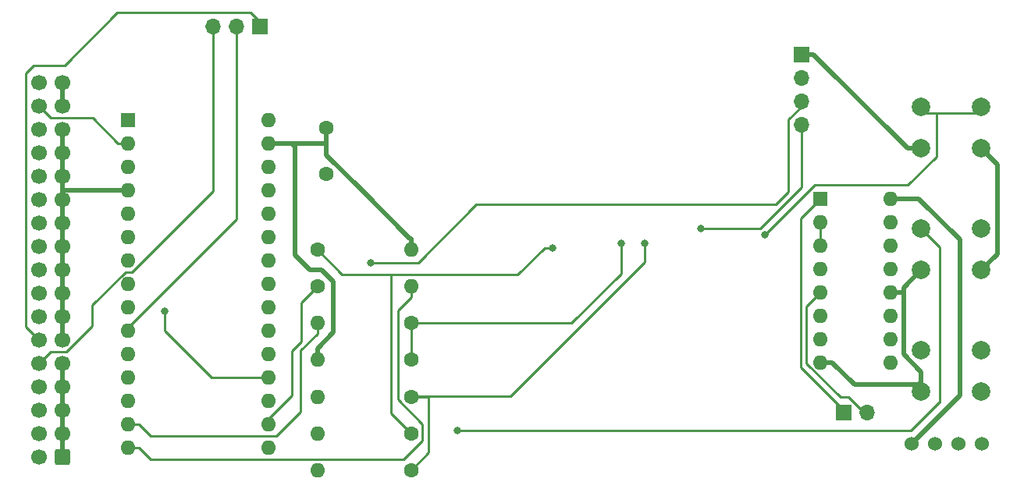
<source format=gbr>
%TF.GenerationSoftware,KiCad,Pcbnew,9.0.0*%
%TF.CreationDate,2025-03-11T00:37:20+03:00*%
%TF.ProjectId,delta_flop_arduino2,64656c74-615f-4666-9c6f-705f61726475,1*%
%TF.SameCoordinates,Original*%
%TF.FileFunction,Copper,L2,Bot*%
%TF.FilePolarity,Positive*%
%FSLAX46Y46*%
G04 Gerber Fmt 4.6, Leading zero omitted, Abs format (unit mm)*
G04 Created by KiCad (PCBNEW 9.0.0) date 2025-03-11 00:37:20*
%MOMM*%
%LPD*%
G01*
G04 APERTURE LIST*
G04 Aperture macros list*
%AMRoundRect*
0 Rectangle with rounded corners*
0 $1 Rounding radius*
0 $2 $3 $4 $5 $6 $7 $8 $9 X,Y pos of 4 corners*
0 Add a 4 corners polygon primitive as box body*
4,1,4,$2,$3,$4,$5,$6,$7,$8,$9,$2,$3,0*
0 Add four circle primitives for the rounded corners*
1,1,$1+$1,$2,$3*
1,1,$1+$1,$4,$5*
1,1,$1+$1,$6,$7*
1,1,$1+$1,$8,$9*
0 Add four rect primitives between the rounded corners*
20,1,$1+$1,$2,$3,$4,$5,0*
20,1,$1+$1,$4,$5,$6,$7,0*
20,1,$1+$1,$6,$7,$8,$9,0*
20,1,$1+$1,$8,$9,$2,$3,0*%
G04 Aperture macros list end*
%TA.AperFunction,ComponentPad*%
%ADD10C,1.524000*%
%TD*%
%TA.AperFunction,ComponentPad*%
%ADD11C,1.600000*%
%TD*%
%TA.AperFunction,ComponentPad*%
%ADD12O,1.600000X1.600000*%
%TD*%
%TA.AperFunction,ComponentPad*%
%ADD13RoundRect,0.250000X0.600000X0.600000X-0.600000X0.600000X-0.600000X-0.600000X0.600000X-0.600000X0*%
%TD*%
%TA.AperFunction,ComponentPad*%
%ADD14C,1.700000*%
%TD*%
%TA.AperFunction,ComponentPad*%
%ADD15R,1.600000X1.600000*%
%TD*%
%TA.AperFunction,ComponentPad*%
%ADD16R,1.700000X1.700000*%
%TD*%
%TA.AperFunction,ComponentPad*%
%ADD17O,1.700000X1.700000*%
%TD*%
%TA.AperFunction,ComponentPad*%
%ADD18C,2.000000*%
%TD*%
%TA.AperFunction,ViaPad*%
%ADD19C,0.800000*%
%TD*%
%TA.AperFunction,Conductor*%
%ADD20C,0.500000*%
%TD*%
%TA.AperFunction,Conductor*%
%ADD21C,0.250000*%
%TD*%
G04 APERTURE END LIST*
D10*
%TO.P,J3,1,Pin_1*%
%TO.N,+5V*%
X197462500Y-101825000D03*
%TO.P,J3,2,Pin_2*%
%TO.N,unconnected-(J3-Pin_2-Pad2)*%
X200002500Y-101825000D03*
%TO.P,J3,3,Pin_3*%
%TO.N,unconnected-(J3-Pin_3-Pad3)*%
X202542500Y-101825000D03*
%TO.P,J3,4,Pin_4*%
%TO.N,GND*%
X205082500Y-101825000D03*
%TD*%
D11*
%TO.P,R3,1*%
%TO.N,Net-(J2-CMD)*%
X143160000Y-88716700D03*
D12*
%TO.P,R3,2*%
%TO.N,MOSI*%
X133000000Y-88716700D03*
%TD*%
D11*
%TO.P,R4,1*%
%TO.N,Net-(J2-CMD)*%
X143160000Y-92700000D03*
D12*
%TO.P,R4,2*%
%TO.N,GND*%
X133000000Y-92700000D03*
%TD*%
D13*
%TO.P,D1,1,GND*%
%TO.N,GND*%
X105340000Y-103265800D03*
D14*
%TO.P,D1,2,DENSITY_SELECT*%
%TO.N,unconnected-(D1-DENSITY_SELECT-Pad2)*%
X102800000Y-103265800D03*
%TO.P,D1,3,GND*%
%TO.N,GND*%
X105340000Y-100725800D03*
%TO.P,D1,4,N/C*%
%TO.N,unconnected-(D1-N{slash}C-Pad4)*%
X102800000Y-100725800D03*
%TO.P,D1,5,GND*%
%TO.N,GND*%
X105340000Y-98185800D03*
%TO.P,D1,6,N/C*%
%TO.N,unconnected-(D1-N{slash}C-Pad6)*%
X102800000Y-98185800D03*
%TO.P,D1,7,GND*%
%TO.N,GND*%
X105340000Y-95645800D03*
%TO.P,D1,8,INDEX*%
%TO.N,D9*%
X102800000Y-95645800D03*
%TO.P,D1,9,GND*%
%TO.N,GND*%
X105340000Y-93105800D03*
%TO.P,D1,10,DRIVE_SELECT_0*%
%TO.N,Net-(D1-DRIVE_SELECT_0)*%
X102800000Y-93105800D03*
%TO.P,D1,11,GND*%
%TO.N,GND*%
X105340000Y-90565800D03*
%TO.P,D1,12,DRIVE_SELECT_1*%
%TO.N,Net-(D1-DRIVE_SELECT_1)*%
X102800000Y-90565800D03*
%TO.P,D1,13,GND*%
%TO.N,GND*%
X105340000Y-88025800D03*
%TO.P,D1,14,DRIVE_SELECT_2*%
%TO.N,unconnected-(D1-DRIVE_SELECT_2-Pad14)*%
X102800000Y-88025800D03*
%TO.P,D1,15,GND*%
%TO.N,GND*%
X105340000Y-85485800D03*
%TO.P,D1,16,MOTOR*%
%TO.N,D6*%
X102800000Y-85485800D03*
%TO.P,D1,17,GND*%
%TO.N,GND*%
X105340000Y-82945800D03*
%TO.P,D1,18,DIRECTION*%
%TO.N,D5*%
X102800000Y-82945800D03*
%TO.P,D1,19,GND*%
%TO.N,GND*%
X105340000Y-80405800D03*
%TO.P,D1,20,STEP*%
%TO.N,D4*%
X102800000Y-80405800D03*
%TO.P,D1,21,GND*%
%TO.N,GND*%
X105340000Y-77865800D03*
%TO.P,D1,22,WRITE_DATA*%
%TO.N,D8*%
X102800000Y-77865800D03*
%TO.P,D1,23,GND*%
%TO.N,GND*%
X105340000Y-75325800D03*
%TO.P,D1,24,WRITE_GATE*%
%TO.N,A0*%
X102800000Y-75325800D03*
%TO.P,D1,25,GND*%
%TO.N,GND*%
X105340000Y-72785800D03*
%TO.P,D1,26,TRACK*%
%TO.N,D3*%
X102800000Y-72785800D03*
%TO.P,D1,27,GND*%
%TO.N,GND*%
X105340000Y-70245800D03*
%TO.P,D1,28,WRITE_PROTECT*%
%TO.N,D2*%
X102800000Y-70245800D03*
%TO.P,D1,29,GND*%
%TO.N,GND*%
X105340000Y-67705800D03*
%TO.P,D1,30,READ_DATA*%
%TO.N,TX*%
X102800000Y-67705800D03*
%TO.P,D1,31,GND*%
%TO.N,GND*%
X105340000Y-65165800D03*
%TO.P,D1,32,HEAD_SELECT*%
%TO.N,RX*%
X102800000Y-65165800D03*
%TO.P,D1,33,GND*%
%TO.N,GND*%
X105340000Y-62625800D03*
%TO.P,D1,34,DISK_CHANGE*%
%TO.N,unconnected-(D1-DISK_CHANGE-Pad34)*%
X102800000Y-62625800D03*
%TD*%
D15*
%TO.P,U1,1,D1/TX*%
%TO.N,D2.1*%
X112500000Y-66650000D03*
D12*
%TO.P,U1,2,D0/RX*%
%TO.N,RX*%
X112500000Y-69190000D03*
%TO.P,U1,3,~{RESET}*%
%TO.N,unconnected-(U1-~{RESET}-Pad3)*%
X112500000Y-71730000D03*
%TO.P,U1,4,GND*%
%TO.N,GND*%
X112500000Y-74270000D03*
%TO.P,U1,5,D2*%
%TO.N,D2*%
X112500000Y-76810000D03*
%TO.P,U1,6,~D3*%
%TO.N,D3*%
X112500000Y-79350000D03*
%TO.P,U1,7,D4*%
%TO.N,D4*%
X112500000Y-81890000D03*
%TO.P,U1,8,~D5*%
%TO.N,D5*%
X112500000Y-84430000D03*
%TO.P,U1,9,~D6*%
%TO.N,D6*%
X112500000Y-86970000D03*
%TO.P,U1,10,D7*%
%TO.N,D2.4*%
X112500000Y-89510000D03*
%TO.P,U1,11,D8*%
%TO.N,D8*%
X112500000Y-92050000D03*
%TO.P,U1,12,~D9*%
%TO.N,D9*%
X112500000Y-94590000D03*
%TO.P,U1,13,~D10*%
%TO.N,D10*%
X112500000Y-97130000D03*
%TO.P,U1,14,~D11*%
%TO.N,MOSI*%
X112500000Y-99670000D03*
%TO.P,U1,15,D12*%
%TO.N,MISO*%
X112500000Y-102210000D03*
%TO.P,U1,16,D13*%
%TO.N,SCK*%
X127740000Y-102210000D03*
%TO.P,U1,17,3V3*%
%TO.N,3.3V*%
X127740000Y-99670000D03*
%TO.P,U1,18,AREF*%
%TO.N,unconnected-(U1-AREF-Pad18)*%
X127740000Y-97130000D03*
%TO.P,U1,19,A0/D14*%
%TO.N,A0*%
X127740000Y-94590000D03*
%TO.P,U1,20,A1/D15*%
%TO.N,Net-(U1-A1{slash}D15)*%
X127740000Y-92050000D03*
%TO.P,U1,21,A2/D16*%
%TO.N,Net-(U1-A2{slash}D16)*%
X127740000Y-89510000D03*
%TO.P,U1,22,A3/D17*%
%TO.N,Net-(U1-A3{slash}D17)*%
X127740000Y-86970000D03*
%TO.P,U1,23,A4/D18*%
%TO.N,SDA*%
X127740000Y-84430000D03*
%TO.P,U1,24,A5/D19*%
%TO.N,SCL*%
X127740000Y-81890000D03*
%TO.P,U1,25,A6/D20*%
%TO.N,unconnected-(U1-A6{slash}D20-Pad25)*%
X127740000Y-79350000D03*
%TO.P,U1,26,A7/D21*%
%TO.N,unconnected-(U1-A7{slash}D21-Pad26)*%
X127740000Y-76810000D03*
%TO.P,U1,27,+5V*%
%TO.N,+5V*%
X127740000Y-74270000D03*
%TO.P,U1,28,~{RESET}*%
%TO.N,unconnected-(U1-~{RESET}-Pad28)*%
X127740000Y-71730000D03*
%TO.P,U1,29,GND*%
%TO.N,GND*%
X127740000Y-69190000D03*
%TO.P,U1,30,VIN*%
%TO.N,unconnected-(U1-VIN-Pad30)*%
X127740000Y-66650000D03*
%TD*%
D11*
%TO.P,R2,1*%
%TO.N,3.3V*%
X133000000Y-84733300D03*
D12*
%TO.P,R2,2*%
%TO.N,MISO*%
X143160000Y-84733300D03*
%TD*%
D11*
%TO.P,R5,1*%
%TO.N,Net-(J2-CD{slash}DAT3)*%
X143160000Y-96683300D03*
D12*
%TO.P,R5,2*%
%TO.N,GND*%
X133000000Y-96683300D03*
%TD*%
D11*
%TO.P,R1,1*%
%TO.N,Net-(J2-CLK)*%
X133000000Y-80750000D03*
D12*
%TO.P,R1,2*%
%TO.N,GND*%
X143160000Y-80750000D03*
%TD*%
D16*
%TO.P,J1,1,Pin_1*%
%TO.N,GND*%
X185500000Y-59550000D03*
D17*
%TO.P,J1,2,Pin_2*%
%TO.N,+5V*%
X185500000Y-62090000D03*
%TO.P,J1,3,Pin_3*%
%TO.N,SDA*%
X185500000Y-64630000D03*
%TO.P,J1,4,Pin_4*%
%TO.N,SCL*%
X185500000Y-67170000D03*
%TD*%
D11*
%TO.P,R7,1*%
%TO.N,Net-(J2-CD{slash}DAT3)*%
X143160000Y-104650000D03*
D12*
%TO.P,R7,2*%
%TO.N,D10*%
X133000000Y-104650000D03*
%TD*%
D16*
%TO.P,JP2,1,A*%
%TO.N,D2.1*%
X190114000Y-98425000D03*
D17*
%TO.P,JP2,2,B*%
%TO.N,TX*%
X192654000Y-98425000D03*
%TD*%
D16*
%TO.P,JP1,1,A*%
%TO.N,Net-(D1-DRIVE_SELECT_1)*%
X126775000Y-56550000D03*
D17*
%TO.P,JP1,2,C*%
%TO.N,D2.4*%
X124235000Y-56550000D03*
%TO.P,JP1,3,B*%
%TO.N,Net-(D1-DRIVE_SELECT_0)*%
X121695000Y-56550000D03*
%TD*%
D11*
%TO.P,R6,1*%
%TO.N,Net-(J2-CLK)*%
X143160000Y-100666700D03*
D12*
%TO.P,R6,2*%
%TO.N,SCK*%
X133000000Y-100666700D03*
%TD*%
D11*
%TO.P,C1,1*%
%TO.N,+5V*%
X133985000Y-72477000D03*
%TO.P,C1,2*%
%TO.N,GND*%
X133985000Y-67477000D03*
%TD*%
D15*
%TO.P,D2,1,D1*%
%TO.N,D2.1*%
X187579000Y-75184000D03*
D12*
%TO.P,D2,2*%
%TO.N,Net-(D2-D2)*%
X187579000Y-77724000D03*
%TO.P,D2,3,D2*%
X187579000Y-80264000D03*
%TO.P,D2,4,E*%
%TO.N,D2.4*%
X187579000Y-82804000D03*
%TO.P,D2,5*%
%TO.N,TX*%
X187579000Y-85344000D03*
%TO.P,D2,6,D3*%
%TO.N,unconnected-(D2-D3-Pad6)*%
X187579000Y-87884000D03*
%TO.P,D2,7*%
%TO.N,unconnected-(D2-Pad7)*%
X187579000Y-90424000D03*
%TO.P,D2,8,GND*%
%TO.N,GND*%
X187579000Y-92964000D03*
%TO.P,D2,9*%
%TO.N,unconnected-(D2-Pad9)*%
X195199000Y-92964000D03*
%TO.P,D2,10,D4*%
%TO.N,unconnected-(D2-D4-Pad10)*%
X195199000Y-90424000D03*
%TO.P,D2,11*%
%TO.N,unconnected-(D2-Pad11)*%
X195199000Y-87884000D03*
%TO.P,D2,12,C*%
%TO.N,GND*%
X195199000Y-85344000D03*
%TO.P,D2,13,D5*%
%TO.N,unconnected-(D2-D5-Pad13)*%
X195199000Y-82804000D03*
%TO.P,D2,14*%
%TO.N,unconnected-(D2-Pad14)*%
X195199000Y-80264000D03*
%TO.P,D2,15,D6*%
%TO.N,unconnected-(D2-D6-Pad15)*%
X195199000Y-77724000D03*
%TO.P,D2,16,VDD*%
%TO.N,+5V*%
X195199000Y-75184000D03*
%TD*%
D18*
%TO.P,SW2,1,1*%
%TO.N,Net-(U1-A1{slash}D15)*%
X205000000Y-78450000D03*
X198500000Y-78450000D03*
%TO.P,SW2,2,2*%
%TO.N,GND*%
X205000000Y-82950000D03*
X198500000Y-82950000D03*
%TD*%
%TO.P,SW3,1,1*%
%TO.N,Net-(U1-A2{slash}D16)*%
X205000000Y-91650000D03*
X198500000Y-91650000D03*
%TO.P,SW3,2,2*%
%TO.N,GND*%
X205000000Y-96150000D03*
X198500000Y-96150000D03*
%TD*%
%TO.P,SW1,1,1*%
%TO.N,Net-(U1-A3{slash}D17)*%
X205000000Y-65250000D03*
X198500000Y-65250000D03*
%TO.P,SW1,2,2*%
%TO.N,GND*%
X205000000Y-69750000D03*
X198500000Y-69750000D03*
%TD*%
D19*
%TO.N,A0*%
X116459000Y-87376000D03*
%TO.N,SDA*%
X138811000Y-82169000D03*
%TO.N,Net-(J2-CD{slash}DAT3)*%
X168529000Y-80010000D03*
%TO.N,SCL*%
X174625000Y-78410200D03*
%TO.N,Net-(J2-CMD)*%
X165989000Y-80010000D03*
%TO.N,Net-(J2-CLK)*%
X158496000Y-80518000D03*
%TO.N,Net-(U1-A3{slash}D17)*%
X181566850Y-79077850D03*
%TO.N,Net-(U1-A1{slash}D15)*%
X148209000Y-100330000D03*
%TD*%
D20*
%TO.N,GND*%
X132207000Y-82931000D02*
X130556000Y-81280000D01*
X130556000Y-69571000D02*
X130175000Y-69190000D01*
X134747000Y-84201000D02*
X133477000Y-82931000D01*
X130556000Y-81280000D02*
X130556000Y-69571000D01*
X206756000Y-81194000D02*
X205000000Y-82950000D01*
X105340000Y-74270000D02*
X111248100Y-74270000D01*
X105340000Y-70245800D02*
X105340000Y-72785800D01*
X187579000Y-92964000D02*
X188830900Y-92964000D01*
X105340000Y-67705800D02*
X105340000Y-70245800D01*
X195199000Y-85344000D02*
X196450900Y-85344000D01*
X188830900Y-92964000D02*
X191243900Y-95377000D01*
X105340000Y-85485800D02*
X105340000Y-88025800D01*
X206756000Y-71506000D02*
X206756000Y-81194000D01*
X205000000Y-69750000D02*
X206756000Y-71506000D01*
X105340000Y-93105800D02*
X105340000Y-95645800D01*
X198500000Y-96150000D02*
X198500000Y-93979000D01*
X186801900Y-59550000D02*
X197001900Y-69750000D01*
X105340000Y-80405800D02*
X105340000Y-82945800D01*
X105340000Y-77865800D02*
X105340000Y-80405800D01*
X134747000Y-89701100D02*
X134747000Y-84201000D01*
X198500000Y-93979000D02*
X196596000Y-92075000D01*
X105340000Y-100725800D02*
X105340000Y-103265800D01*
X127740000Y-69190000D02*
X128991900Y-69190000D01*
X133985000Y-69190000D02*
X130175000Y-69190000D01*
X105340000Y-95645800D02*
X105340000Y-98185800D01*
X105340000Y-74270000D02*
X105340000Y-75325800D01*
X105340000Y-75325800D02*
X105340000Y-77865800D01*
X143160000Y-80750000D02*
X143160000Y-79498100D01*
X196596000Y-84854000D02*
X198500000Y-82950000D01*
X185500000Y-59550000D02*
X186801900Y-59550000D01*
X105340000Y-72785800D02*
X105340000Y-74270000D01*
X133985000Y-70452800D02*
X133985000Y-69190000D01*
X105340000Y-62625800D02*
X105340000Y-65165800D01*
X191243900Y-95377000D02*
X198246000Y-95377000D01*
X105340000Y-88025800D02*
X105340000Y-90565800D01*
X105340000Y-98185800D02*
X105340000Y-100725800D01*
X143160000Y-79498100D02*
X143030300Y-79498100D01*
X197001900Y-69750000D02*
X198500000Y-69750000D01*
X105340000Y-82945800D02*
X105340000Y-85485800D01*
X133985000Y-69190000D02*
X133985000Y-67477000D01*
X133000000Y-92700000D02*
X133000000Y-91448100D01*
X198500000Y-95123000D02*
X198500000Y-96150000D01*
X112500000Y-74270000D02*
X111248100Y-74270000D01*
X130175000Y-69190000D02*
X128991900Y-69190000D01*
X196596000Y-92075000D02*
X196596000Y-84854000D01*
X198246000Y-95377000D02*
X198500000Y-95123000D01*
X137742700Y-74210500D02*
X133985000Y-70452800D01*
X133000000Y-91448100D02*
X134747000Y-89701100D01*
X143030300Y-79498100D02*
X137742700Y-74210500D01*
X133477000Y-82931000D02*
X132207000Y-82931000D01*
%TO.N,+5V*%
X195199000Y-75184000D02*
X198247000Y-75184000D01*
X202692000Y-96595500D02*
X197462500Y-101825000D01*
X202692000Y-79629000D02*
X202692000Y-96595500D01*
X198247000Y-75184000D02*
X202692000Y-79629000D01*
D21*
%TO.N,Net-(D1-DRIVE_SELECT_0)*%
X104070000Y-91835800D02*
X102800000Y-93105800D01*
X112175400Y-83160000D02*
X108592300Y-86743100D01*
X108592300Y-86743100D02*
X108592300Y-89050100D01*
X105806600Y-91835800D02*
X104070000Y-91835800D01*
X121695000Y-74340400D02*
X112875400Y-83160000D01*
X121695000Y-56550000D02*
X121695000Y-74340400D01*
X112875400Y-83160000D02*
X112175400Y-83160000D01*
X108592300Y-89050100D02*
X105806600Y-91835800D01*
%TO.N,Net-(D1-DRIVE_SELECT_1)*%
X105582600Y-60706000D02*
X102235000Y-60706000D01*
X101346000Y-89111800D02*
X102800000Y-90565800D01*
X126775000Y-56550000D02*
X126775000Y-56036000D01*
X102235000Y-60706000D02*
X101346000Y-61595000D01*
X101346000Y-61595000D02*
X101346000Y-89111800D01*
X126775000Y-56036000D02*
X125730000Y-54991000D01*
X125730000Y-54991000D02*
X111297600Y-54991000D01*
X111297600Y-54991000D02*
X105582600Y-60706000D01*
%TO.N,A0*%
X121514000Y-94590000D02*
X127740000Y-94590000D01*
X116459000Y-87376000D02*
X116459000Y-89535000D01*
X116459000Y-89535000D02*
X121514000Y-94590000D01*
%TO.N,TX*%
X192309400Y-98425000D02*
X192654000Y-98425000D01*
X190625200Y-96740800D02*
X192309400Y-98425000D01*
X186055000Y-93049300D02*
X189746500Y-96740800D01*
X187579000Y-85344000D02*
X186055000Y-86868000D01*
X186055000Y-86868000D02*
X186055000Y-93049300D01*
X189746500Y-96740800D02*
X190625200Y-96740800D01*
%TO.N,RX*%
X108618900Y-66435800D02*
X104070000Y-66435800D01*
X104070000Y-66435800D02*
X102800000Y-65165800D01*
X111373100Y-69190000D02*
X108618900Y-66435800D01*
X112500000Y-69190000D02*
X111373100Y-69190000D01*
%TO.N,SDA*%
X138811000Y-82169000D02*
X143933800Y-82169000D01*
X184077200Y-66620800D02*
X185500000Y-65198000D01*
X150260900Y-75841900D02*
X182725000Y-75841900D01*
X182725000Y-75841900D02*
X184077200Y-74489700D01*
X184077200Y-74489700D02*
X184077200Y-66620800D01*
X185500000Y-65198000D02*
X185500000Y-64630000D01*
X143933800Y-82169000D02*
X150260900Y-75841900D01*
%TO.N,Net-(J2-CD{slash}DAT3)*%
X143196300Y-96647000D02*
X143160000Y-96683300D01*
X164792800Y-85798800D02*
X153944600Y-96647000D01*
X145034000Y-102776000D02*
X145034000Y-96683300D01*
X145034000Y-96683300D02*
X143160000Y-96683300D01*
X164792800Y-85798800D02*
X168529000Y-82062600D01*
X143160000Y-104650000D02*
X145034000Y-102776000D01*
X153944600Y-96647000D02*
X143196300Y-96647000D01*
X168529000Y-82062600D02*
X168529000Y-80010000D01*
%TO.N,MISO*%
X143160000Y-84733300D02*
X143160000Y-85860200D01*
X141732000Y-97006900D02*
X144399000Y-99673900D01*
X142367000Y-103505000D02*
X114921900Y-103505000D01*
X114921900Y-103505000D02*
X113626900Y-102210000D01*
X144399000Y-99673900D02*
X144399000Y-101473000D01*
X141732000Y-87288200D02*
X141732000Y-97006900D01*
X113626900Y-102210000D02*
X112500000Y-102210000D01*
X144399000Y-101473000D02*
X142367000Y-103505000D01*
X143160000Y-85860200D02*
X141732000Y-87288200D01*
%TO.N,SCL*%
X185500000Y-73961000D02*
X185500000Y-67170000D01*
X174625000Y-78410200D02*
X181050800Y-78410200D01*
X181050800Y-78410200D02*
X185500000Y-73961000D01*
%TO.N,Net-(J2-CMD)*%
X143160000Y-88716700D02*
X160584300Y-88716700D01*
X143160000Y-92700000D02*
X143160000Y-88716700D01*
X165989000Y-80010000D02*
X165989000Y-79883000D01*
X160584300Y-88716700D02*
X165989000Y-83312000D01*
X165989000Y-83312000D02*
X165989000Y-80010000D01*
%TO.N,Net-(J2-CLK)*%
X135689000Y-83439000D02*
X133000000Y-80750000D01*
X154747900Y-83439000D02*
X135689000Y-83439000D01*
X158496000Y-80518000D02*
X157668900Y-80518000D01*
X157668900Y-80518000D02*
X154747900Y-83439000D01*
X140970000Y-83439000D02*
X140970000Y-98476700D01*
X140970000Y-98476700D02*
X143160000Y-100666700D01*
%TO.N,Net-(U1-A3{slash}D17)*%
X199191100Y-65941100D02*
X199882200Y-65941100D01*
X198500000Y-65250000D02*
X199191100Y-65941100D01*
X181566850Y-79077850D02*
X186934500Y-73710200D01*
X200152000Y-70612000D02*
X200152000Y-65941100D01*
X204308900Y-65941100D02*
X205000000Y-65250000D01*
X199882200Y-65941100D02*
X204308900Y-65941100D01*
X186934500Y-73710200D02*
X197053800Y-73710200D01*
X197053800Y-73710200D02*
X200152000Y-70612000D01*
%TO.N,Net-(U1-A1{slash}D15)*%
X198500000Y-78450000D02*
X200533000Y-80483000D01*
X200533000Y-97282000D02*
X200468249Y-97282000D01*
X200533000Y-80483000D02*
X200533000Y-97282000D01*
X197420249Y-100330000D02*
X148209000Y-100330000D01*
X200468249Y-97282000D02*
X197420249Y-100330000D01*
%TO.N,D2.1*%
X185420000Y-93472000D02*
X190114000Y-98166000D01*
X185420000Y-77343000D02*
X185420000Y-93472000D01*
X190114000Y-98166000D02*
X190114000Y-98425000D01*
X187579000Y-75184000D02*
X185420000Y-77343000D01*
%TO.N,3.3V*%
X131293100Y-86440200D02*
X133000000Y-84733300D01*
X127740000Y-99082000D02*
X130279100Y-96542900D01*
X130279100Y-91716900D02*
X131293100Y-90702900D01*
X131293100Y-90702900D02*
X131293100Y-86440200D01*
X130279100Y-96542900D02*
X130279100Y-91716900D01*
X127740000Y-99670000D02*
X127740000Y-99082000D01*
%TO.N,MOSI*%
X113626900Y-99670000D02*
X114921900Y-100965000D01*
X114921900Y-100965000D02*
X128524000Y-100965000D01*
X131191000Y-98298000D02*
X131191000Y-91652600D01*
X112500000Y-99670000D02*
X113626900Y-99670000D01*
X128524000Y-100965000D02*
X131191000Y-98298000D01*
X133000000Y-89843600D02*
X133000000Y-88716700D01*
X131191000Y-91652600D02*
X133000000Y-89843600D01*
%TO.N,Net-(D2-D2)*%
X187579000Y-80264000D02*
X187579000Y-77724000D01*
%TO.N,D2.4*%
X124235000Y-56550000D02*
X124235000Y-77441000D01*
X124235000Y-77441000D02*
X112500000Y-89176000D01*
X112500000Y-89176000D02*
X112500000Y-89510000D01*
%TD*%
M02*

</source>
